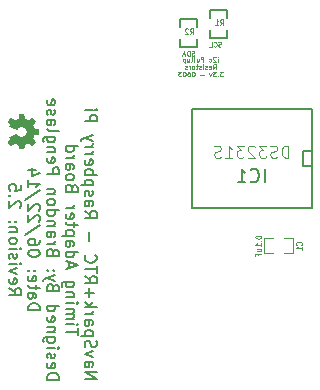
<source format=gbo>
G04 (created by PCBNEW (2013-may-18)-stable) date Sun 22 Jun 2014 12:37:11 AM EDT*
%MOIN*%
G04 Gerber Fmt 3.4, Leading zero omitted, Abs format*
%FSLAX34Y34*%
G01*
G70*
G90*
G04 APERTURE LIST*
%ADD10C,0.00590551*%
%ADD11C,0.00295276*%
%ADD12C,0.00246063*%
%ADD13C,0.00787402*%
%ADD14C,0.0001*%
%ADD15C,0.0047*%
%ADD16C,0.005*%
%ADD17C,0.0045*%
%ADD18C,0.008*%
G04 APERTURE END LIST*
G54D10*
G54D11*
X36727Y-35659D02*
X36727Y-35265D01*
X36634Y-35265D01*
X36577Y-35284D01*
X36540Y-35321D01*
X36521Y-35359D01*
X36502Y-35434D01*
X36502Y-35490D01*
X36521Y-35565D01*
X36540Y-35603D01*
X36577Y-35640D01*
X36634Y-35659D01*
X36727Y-35659D01*
X36353Y-35640D02*
X36296Y-35659D01*
X36203Y-35659D01*
X36165Y-35640D01*
X36146Y-35621D01*
X36128Y-35584D01*
X36128Y-35546D01*
X36146Y-35509D01*
X36165Y-35490D01*
X36203Y-35471D01*
X36278Y-35453D01*
X36315Y-35434D01*
X36334Y-35415D01*
X36353Y-35378D01*
X36353Y-35340D01*
X36334Y-35303D01*
X36315Y-35284D01*
X36278Y-35265D01*
X36184Y-35265D01*
X36128Y-35284D01*
X35996Y-35265D02*
X35753Y-35265D01*
X35884Y-35415D01*
X35828Y-35415D01*
X35790Y-35434D01*
X35771Y-35453D01*
X35753Y-35490D01*
X35753Y-35584D01*
X35771Y-35621D01*
X35790Y-35640D01*
X35828Y-35659D01*
X35940Y-35659D01*
X35978Y-35640D01*
X35996Y-35621D01*
X35603Y-35303D02*
X35584Y-35284D01*
X35546Y-35265D01*
X35453Y-35265D01*
X35415Y-35284D01*
X35396Y-35303D01*
X35378Y-35340D01*
X35378Y-35378D01*
X35396Y-35434D01*
X35621Y-35659D01*
X35378Y-35659D01*
X35246Y-35265D02*
X35003Y-35265D01*
X35134Y-35415D01*
X35078Y-35415D01*
X35040Y-35434D01*
X35021Y-35453D01*
X35003Y-35490D01*
X35003Y-35584D01*
X35021Y-35621D01*
X35040Y-35640D01*
X35078Y-35659D01*
X35190Y-35659D01*
X35228Y-35640D01*
X35246Y-35621D01*
X34628Y-35659D02*
X34853Y-35659D01*
X34740Y-35659D02*
X34740Y-35265D01*
X34778Y-35321D01*
X34815Y-35359D01*
X34853Y-35378D01*
X34478Y-35640D02*
X34422Y-35659D01*
X34328Y-35659D01*
X34290Y-35640D01*
X34272Y-35621D01*
X34253Y-35584D01*
X34253Y-35546D01*
X34272Y-35509D01*
X34290Y-35490D01*
X34328Y-35471D01*
X34403Y-35453D01*
X34440Y-35434D01*
X34459Y-35415D01*
X34478Y-35378D01*
X34478Y-35340D01*
X34459Y-35303D01*
X34440Y-35284D01*
X34403Y-35265D01*
X34309Y-35265D01*
X34253Y-35284D01*
X34487Y-31956D02*
X34464Y-31963D01*
X34427Y-31963D01*
X34412Y-31956D01*
X34404Y-31948D01*
X34397Y-31933D01*
X34397Y-31918D01*
X34404Y-31903D01*
X34412Y-31896D01*
X34427Y-31888D01*
X34457Y-31881D01*
X34472Y-31873D01*
X34479Y-31866D01*
X34487Y-31851D01*
X34487Y-31836D01*
X34479Y-31821D01*
X34472Y-31813D01*
X34457Y-31806D01*
X34419Y-31806D01*
X34397Y-31813D01*
X34240Y-31948D02*
X34247Y-31956D01*
X34270Y-31963D01*
X34285Y-31963D01*
X34307Y-31956D01*
X34322Y-31941D01*
X34329Y-31926D01*
X34337Y-31896D01*
X34337Y-31873D01*
X34329Y-31843D01*
X34322Y-31828D01*
X34307Y-31813D01*
X34285Y-31806D01*
X34270Y-31806D01*
X34247Y-31813D01*
X34240Y-31821D01*
X34097Y-31963D02*
X34172Y-31963D01*
X34172Y-31806D01*
X33591Y-32256D02*
X33568Y-32263D01*
X33531Y-32263D01*
X33516Y-32256D01*
X33508Y-32248D01*
X33501Y-32233D01*
X33501Y-32218D01*
X33508Y-32203D01*
X33516Y-32196D01*
X33531Y-32188D01*
X33561Y-32181D01*
X33576Y-32173D01*
X33583Y-32166D01*
X33591Y-32151D01*
X33591Y-32136D01*
X33583Y-32121D01*
X33576Y-32113D01*
X33561Y-32106D01*
X33523Y-32106D01*
X33501Y-32113D01*
X33433Y-32263D02*
X33433Y-32106D01*
X33396Y-32106D01*
X33373Y-32113D01*
X33358Y-32128D01*
X33351Y-32143D01*
X33343Y-32173D01*
X33343Y-32196D01*
X33351Y-32226D01*
X33358Y-32241D01*
X33373Y-32256D01*
X33396Y-32263D01*
X33433Y-32263D01*
X33283Y-32218D02*
X33208Y-32218D01*
X33298Y-32263D02*
X33246Y-32106D01*
X33193Y-32263D01*
G54D12*
X34377Y-32463D02*
X34377Y-32358D01*
X34377Y-32306D02*
X34384Y-32313D01*
X34377Y-32321D01*
X34369Y-32313D01*
X34377Y-32306D01*
X34377Y-32321D01*
X34309Y-32321D02*
X34302Y-32313D01*
X34287Y-32306D01*
X34249Y-32306D01*
X34234Y-32313D01*
X34227Y-32321D01*
X34219Y-32336D01*
X34219Y-32351D01*
X34227Y-32373D01*
X34317Y-32463D01*
X34219Y-32463D01*
X34084Y-32456D02*
X34099Y-32463D01*
X34129Y-32463D01*
X34144Y-32456D01*
X34152Y-32448D01*
X34159Y-32433D01*
X34159Y-32388D01*
X34152Y-32373D01*
X34144Y-32366D01*
X34129Y-32358D01*
X34099Y-32358D01*
X34084Y-32366D01*
X33897Y-32463D02*
X33897Y-32306D01*
X33837Y-32306D01*
X33822Y-32313D01*
X33814Y-32321D01*
X33807Y-32336D01*
X33807Y-32358D01*
X33814Y-32373D01*
X33822Y-32381D01*
X33837Y-32388D01*
X33897Y-32388D01*
X33672Y-32358D02*
X33672Y-32463D01*
X33740Y-32358D02*
X33740Y-32441D01*
X33732Y-32456D01*
X33717Y-32463D01*
X33695Y-32463D01*
X33680Y-32456D01*
X33672Y-32448D01*
X33575Y-32463D02*
X33590Y-32456D01*
X33597Y-32441D01*
X33597Y-32306D01*
X33492Y-32463D02*
X33507Y-32456D01*
X33515Y-32441D01*
X33515Y-32306D01*
X33365Y-32358D02*
X33365Y-32463D01*
X33432Y-32358D02*
X33432Y-32441D01*
X33425Y-32456D01*
X33410Y-32463D01*
X33387Y-32463D01*
X33372Y-32456D01*
X33365Y-32448D01*
X33290Y-32358D02*
X33290Y-32516D01*
X33290Y-32366D02*
X33275Y-32358D01*
X33245Y-32358D01*
X33230Y-32366D01*
X33222Y-32373D01*
X33215Y-32388D01*
X33215Y-32433D01*
X33222Y-32448D01*
X33230Y-32456D01*
X33245Y-32463D01*
X33275Y-32463D01*
X33290Y-32456D01*
X34212Y-32708D02*
X34264Y-32633D01*
X34302Y-32708D02*
X34302Y-32551D01*
X34242Y-32551D01*
X34227Y-32558D01*
X34219Y-32566D01*
X34212Y-32581D01*
X34212Y-32603D01*
X34219Y-32618D01*
X34227Y-32626D01*
X34242Y-32633D01*
X34302Y-32633D01*
X34084Y-32701D02*
X34099Y-32708D01*
X34129Y-32708D01*
X34144Y-32701D01*
X34152Y-32686D01*
X34152Y-32626D01*
X34144Y-32611D01*
X34129Y-32603D01*
X34099Y-32603D01*
X34084Y-32611D01*
X34077Y-32626D01*
X34077Y-32641D01*
X34152Y-32656D01*
X34017Y-32701D02*
X34002Y-32708D01*
X33972Y-32708D01*
X33957Y-32701D01*
X33949Y-32686D01*
X33949Y-32678D01*
X33957Y-32663D01*
X33972Y-32656D01*
X33994Y-32656D01*
X34009Y-32648D01*
X34017Y-32633D01*
X34017Y-32626D01*
X34009Y-32611D01*
X33994Y-32603D01*
X33972Y-32603D01*
X33957Y-32611D01*
X33882Y-32708D02*
X33882Y-32603D01*
X33882Y-32551D02*
X33889Y-32558D01*
X33882Y-32566D01*
X33874Y-32558D01*
X33882Y-32551D01*
X33882Y-32566D01*
X33814Y-32701D02*
X33800Y-32708D01*
X33770Y-32708D01*
X33755Y-32701D01*
X33747Y-32686D01*
X33747Y-32678D01*
X33755Y-32663D01*
X33770Y-32656D01*
X33792Y-32656D01*
X33807Y-32648D01*
X33814Y-32633D01*
X33814Y-32626D01*
X33807Y-32611D01*
X33792Y-32603D01*
X33770Y-32603D01*
X33755Y-32611D01*
X33702Y-32603D02*
X33642Y-32603D01*
X33680Y-32551D02*
X33680Y-32686D01*
X33672Y-32701D01*
X33657Y-32708D01*
X33642Y-32708D01*
X33567Y-32708D02*
X33582Y-32701D01*
X33590Y-32693D01*
X33597Y-32678D01*
X33597Y-32633D01*
X33590Y-32618D01*
X33582Y-32611D01*
X33567Y-32603D01*
X33545Y-32603D01*
X33530Y-32611D01*
X33522Y-32618D01*
X33515Y-32633D01*
X33515Y-32678D01*
X33522Y-32693D01*
X33530Y-32701D01*
X33545Y-32708D01*
X33567Y-32708D01*
X33447Y-32708D02*
X33447Y-32603D01*
X33447Y-32633D02*
X33440Y-32618D01*
X33432Y-32611D01*
X33417Y-32603D01*
X33402Y-32603D01*
X33357Y-32701D02*
X33342Y-32708D01*
X33312Y-32708D01*
X33297Y-32701D01*
X33290Y-32686D01*
X33290Y-32678D01*
X33297Y-32663D01*
X33312Y-32656D01*
X33335Y-32656D01*
X33350Y-32648D01*
X33357Y-32633D01*
X33357Y-32626D01*
X33350Y-32611D01*
X33335Y-32603D01*
X33312Y-32603D01*
X33297Y-32611D01*
X34542Y-32796D02*
X34444Y-32796D01*
X34497Y-32856D01*
X34474Y-32856D01*
X34459Y-32863D01*
X34452Y-32871D01*
X34444Y-32886D01*
X34444Y-32923D01*
X34452Y-32938D01*
X34459Y-32946D01*
X34474Y-32953D01*
X34519Y-32953D01*
X34534Y-32946D01*
X34542Y-32938D01*
X34377Y-32938D02*
X34369Y-32946D01*
X34377Y-32953D01*
X34384Y-32946D01*
X34377Y-32938D01*
X34377Y-32953D01*
X34317Y-32796D02*
X34219Y-32796D01*
X34272Y-32856D01*
X34249Y-32856D01*
X34234Y-32863D01*
X34227Y-32871D01*
X34219Y-32886D01*
X34219Y-32923D01*
X34227Y-32938D01*
X34234Y-32946D01*
X34249Y-32953D01*
X34294Y-32953D01*
X34309Y-32946D01*
X34317Y-32938D01*
X34167Y-32848D02*
X34129Y-32953D01*
X34092Y-32848D01*
X33912Y-32893D02*
X33792Y-32893D01*
X33567Y-32796D02*
X33552Y-32796D01*
X33537Y-32803D01*
X33530Y-32811D01*
X33522Y-32826D01*
X33515Y-32856D01*
X33515Y-32893D01*
X33522Y-32923D01*
X33530Y-32938D01*
X33537Y-32946D01*
X33552Y-32953D01*
X33567Y-32953D01*
X33582Y-32946D01*
X33590Y-32938D01*
X33597Y-32923D01*
X33605Y-32893D01*
X33605Y-32856D01*
X33597Y-32826D01*
X33590Y-32811D01*
X33582Y-32803D01*
X33567Y-32796D01*
X33380Y-32796D02*
X33410Y-32796D01*
X33425Y-32803D01*
X33432Y-32811D01*
X33447Y-32833D01*
X33455Y-32863D01*
X33455Y-32923D01*
X33447Y-32938D01*
X33440Y-32946D01*
X33425Y-32953D01*
X33395Y-32953D01*
X33380Y-32946D01*
X33372Y-32938D01*
X33365Y-32923D01*
X33365Y-32886D01*
X33372Y-32871D01*
X33380Y-32863D01*
X33395Y-32856D01*
X33425Y-32856D01*
X33440Y-32863D01*
X33447Y-32871D01*
X33455Y-32886D01*
X33267Y-32796D02*
X33252Y-32796D01*
X33237Y-32803D01*
X33230Y-32811D01*
X33222Y-32826D01*
X33215Y-32856D01*
X33215Y-32893D01*
X33222Y-32923D01*
X33230Y-32938D01*
X33237Y-32946D01*
X33252Y-32953D01*
X33267Y-32953D01*
X33282Y-32946D01*
X33290Y-32938D01*
X33297Y-32923D01*
X33305Y-32893D01*
X33305Y-32856D01*
X33297Y-32826D01*
X33290Y-32811D01*
X33282Y-32803D01*
X33267Y-32796D01*
X33162Y-32796D02*
X33065Y-32796D01*
X33117Y-32856D01*
X33095Y-32856D01*
X33080Y-32863D01*
X33072Y-32871D01*
X33065Y-32886D01*
X33065Y-32923D01*
X33072Y-32938D01*
X33080Y-32946D01*
X33095Y-32953D01*
X33140Y-32953D01*
X33155Y-32946D01*
X33162Y-32938D01*
G54D13*
X29940Y-43040D02*
X30334Y-43040D01*
X29940Y-42815D01*
X30334Y-42815D01*
X29940Y-42458D02*
X30146Y-42458D01*
X30184Y-42477D01*
X30203Y-42515D01*
X30203Y-42590D01*
X30184Y-42627D01*
X29959Y-42458D02*
X29940Y-42496D01*
X29940Y-42590D01*
X29959Y-42627D01*
X29996Y-42646D01*
X30034Y-42646D01*
X30071Y-42627D01*
X30090Y-42590D01*
X30090Y-42496D01*
X30109Y-42458D01*
X30203Y-42308D02*
X29940Y-42215D01*
X30203Y-42121D01*
X29959Y-41990D02*
X29940Y-41933D01*
X29940Y-41840D01*
X29959Y-41802D01*
X29978Y-41783D01*
X30015Y-41765D01*
X30053Y-41765D01*
X30090Y-41783D01*
X30109Y-41802D01*
X30128Y-41840D01*
X30146Y-41915D01*
X30165Y-41952D01*
X30184Y-41971D01*
X30221Y-41990D01*
X30259Y-41990D01*
X30296Y-41971D01*
X30315Y-41952D01*
X30334Y-41915D01*
X30334Y-41821D01*
X30315Y-41765D01*
X30203Y-41596D02*
X29809Y-41596D01*
X30184Y-41596D02*
X30203Y-41558D01*
X30203Y-41483D01*
X30184Y-41446D01*
X30165Y-41427D01*
X30128Y-41408D01*
X30015Y-41408D01*
X29978Y-41427D01*
X29959Y-41446D01*
X29940Y-41483D01*
X29940Y-41558D01*
X29959Y-41596D01*
X29940Y-41071D02*
X30146Y-41071D01*
X30184Y-41090D01*
X30203Y-41127D01*
X30203Y-41202D01*
X30184Y-41240D01*
X29959Y-41071D02*
X29940Y-41109D01*
X29940Y-41202D01*
X29959Y-41240D01*
X29996Y-41259D01*
X30034Y-41259D01*
X30071Y-41240D01*
X30090Y-41202D01*
X30090Y-41109D01*
X30109Y-41071D01*
X29940Y-40884D02*
X30203Y-40884D01*
X30128Y-40884D02*
X30165Y-40865D01*
X30184Y-40846D01*
X30203Y-40809D01*
X30203Y-40771D01*
X29940Y-40640D02*
X30334Y-40640D01*
X30090Y-40602D02*
X29940Y-40490D01*
X30203Y-40490D02*
X30053Y-40640D01*
X30090Y-40321D02*
X30090Y-40021D01*
X29940Y-40171D02*
X30240Y-40171D01*
X29940Y-39609D02*
X30128Y-39740D01*
X29940Y-39834D02*
X30334Y-39834D01*
X30334Y-39684D01*
X30315Y-39646D01*
X30296Y-39627D01*
X30259Y-39609D01*
X30203Y-39609D01*
X30165Y-39627D01*
X30146Y-39646D01*
X30128Y-39684D01*
X30128Y-39834D01*
X30334Y-39496D02*
X30334Y-39271D01*
X29940Y-39384D02*
X30334Y-39384D01*
X29978Y-38915D02*
X29959Y-38934D01*
X29940Y-38990D01*
X29940Y-39028D01*
X29959Y-39084D01*
X29996Y-39121D01*
X30034Y-39140D01*
X30109Y-39159D01*
X30165Y-39159D01*
X30240Y-39140D01*
X30278Y-39121D01*
X30315Y-39084D01*
X30334Y-39028D01*
X30334Y-38990D01*
X30315Y-38934D01*
X30296Y-38915D01*
X30090Y-38446D02*
X30090Y-38146D01*
X29940Y-37434D02*
X30128Y-37565D01*
X29940Y-37659D02*
X30334Y-37659D01*
X30334Y-37509D01*
X30315Y-37471D01*
X30296Y-37453D01*
X30259Y-37434D01*
X30203Y-37434D01*
X30165Y-37453D01*
X30146Y-37471D01*
X30128Y-37509D01*
X30128Y-37659D01*
X29940Y-37097D02*
X30146Y-37097D01*
X30184Y-37115D01*
X30203Y-37153D01*
X30203Y-37228D01*
X30184Y-37265D01*
X29959Y-37097D02*
X29940Y-37134D01*
X29940Y-37228D01*
X29959Y-37265D01*
X29996Y-37284D01*
X30034Y-37284D01*
X30071Y-37265D01*
X30090Y-37228D01*
X30090Y-37134D01*
X30109Y-37097D01*
X29959Y-36928D02*
X29940Y-36890D01*
X29940Y-36815D01*
X29959Y-36778D01*
X29996Y-36759D01*
X30015Y-36759D01*
X30053Y-36778D01*
X30071Y-36815D01*
X30071Y-36872D01*
X30090Y-36909D01*
X30128Y-36928D01*
X30146Y-36928D01*
X30184Y-36909D01*
X30203Y-36872D01*
X30203Y-36815D01*
X30184Y-36778D01*
X30203Y-36590D02*
X29809Y-36590D01*
X30184Y-36590D02*
X30203Y-36553D01*
X30203Y-36478D01*
X30184Y-36440D01*
X30165Y-36422D01*
X30128Y-36403D01*
X30015Y-36403D01*
X29978Y-36422D01*
X29959Y-36440D01*
X29940Y-36478D01*
X29940Y-36553D01*
X29959Y-36590D01*
X29940Y-36234D02*
X30334Y-36234D01*
X30184Y-36234D02*
X30203Y-36197D01*
X30203Y-36122D01*
X30184Y-36084D01*
X30165Y-36065D01*
X30128Y-36047D01*
X30015Y-36047D01*
X29978Y-36065D01*
X29959Y-36084D01*
X29940Y-36122D01*
X29940Y-36197D01*
X29959Y-36234D01*
X29959Y-35728D02*
X29940Y-35765D01*
X29940Y-35840D01*
X29959Y-35878D01*
X29996Y-35897D01*
X30146Y-35897D01*
X30184Y-35878D01*
X30203Y-35840D01*
X30203Y-35765D01*
X30184Y-35728D01*
X30146Y-35709D01*
X30109Y-35709D01*
X30071Y-35897D01*
X29940Y-35540D02*
X30203Y-35540D01*
X30128Y-35540D02*
X30165Y-35522D01*
X30184Y-35503D01*
X30203Y-35465D01*
X30203Y-35428D01*
X29940Y-35297D02*
X30203Y-35297D01*
X30128Y-35297D02*
X30165Y-35278D01*
X30184Y-35259D01*
X30203Y-35222D01*
X30203Y-35184D01*
X30203Y-35091D02*
X29940Y-34997D01*
X30203Y-34903D02*
X29940Y-34997D01*
X29846Y-35034D01*
X29828Y-35053D01*
X29809Y-35091D01*
X29940Y-34453D02*
X30334Y-34453D01*
X30334Y-34303D01*
X30315Y-34266D01*
X30296Y-34247D01*
X30259Y-34228D01*
X30203Y-34228D01*
X30165Y-34247D01*
X30146Y-34266D01*
X30128Y-34303D01*
X30128Y-34453D01*
X29940Y-34059D02*
X30203Y-34059D01*
X30334Y-34059D02*
X30315Y-34078D01*
X30296Y-34059D01*
X30315Y-34041D01*
X30334Y-34059D01*
X30296Y-34059D01*
X29704Y-41577D02*
X29704Y-41352D01*
X29310Y-41465D02*
X29704Y-41465D01*
X29310Y-41221D02*
X29573Y-41221D01*
X29704Y-41221D02*
X29685Y-41240D01*
X29666Y-41221D01*
X29685Y-41202D01*
X29704Y-41221D01*
X29666Y-41221D01*
X29310Y-41034D02*
X29573Y-41034D01*
X29535Y-41034D02*
X29554Y-41015D01*
X29573Y-40977D01*
X29573Y-40921D01*
X29554Y-40884D01*
X29516Y-40865D01*
X29310Y-40865D01*
X29516Y-40865D02*
X29554Y-40846D01*
X29573Y-40809D01*
X29573Y-40752D01*
X29554Y-40715D01*
X29516Y-40696D01*
X29310Y-40696D01*
X29310Y-40509D02*
X29573Y-40509D01*
X29704Y-40509D02*
X29685Y-40527D01*
X29666Y-40509D01*
X29685Y-40490D01*
X29704Y-40509D01*
X29666Y-40509D01*
X29573Y-40321D02*
X29310Y-40321D01*
X29535Y-40321D02*
X29554Y-40302D01*
X29573Y-40265D01*
X29573Y-40209D01*
X29554Y-40171D01*
X29516Y-40152D01*
X29310Y-40152D01*
X29573Y-39796D02*
X29254Y-39796D01*
X29216Y-39815D01*
X29198Y-39834D01*
X29179Y-39871D01*
X29179Y-39927D01*
X29198Y-39965D01*
X29329Y-39796D02*
X29310Y-39834D01*
X29310Y-39909D01*
X29329Y-39946D01*
X29348Y-39965D01*
X29385Y-39984D01*
X29498Y-39984D01*
X29535Y-39965D01*
X29554Y-39946D01*
X29573Y-39909D01*
X29573Y-39834D01*
X29554Y-39796D01*
X29423Y-39328D02*
X29423Y-39140D01*
X29310Y-39365D02*
X29704Y-39234D01*
X29310Y-39103D01*
X29310Y-38803D02*
X29704Y-38803D01*
X29329Y-38803D02*
X29310Y-38840D01*
X29310Y-38915D01*
X29329Y-38953D01*
X29348Y-38971D01*
X29385Y-38990D01*
X29498Y-38990D01*
X29535Y-38971D01*
X29554Y-38953D01*
X29573Y-38915D01*
X29573Y-38840D01*
X29554Y-38803D01*
X29310Y-38446D02*
X29516Y-38446D01*
X29554Y-38465D01*
X29573Y-38503D01*
X29573Y-38578D01*
X29554Y-38615D01*
X29329Y-38446D02*
X29310Y-38484D01*
X29310Y-38578D01*
X29329Y-38615D01*
X29366Y-38634D01*
X29404Y-38634D01*
X29441Y-38615D01*
X29460Y-38578D01*
X29460Y-38484D01*
X29479Y-38446D01*
X29573Y-38259D02*
X29179Y-38259D01*
X29554Y-38259D02*
X29573Y-38221D01*
X29573Y-38146D01*
X29554Y-38109D01*
X29535Y-38090D01*
X29498Y-38071D01*
X29385Y-38071D01*
X29348Y-38090D01*
X29329Y-38109D01*
X29310Y-38146D01*
X29310Y-38221D01*
X29329Y-38259D01*
X29573Y-37959D02*
X29573Y-37809D01*
X29704Y-37903D02*
X29366Y-37903D01*
X29329Y-37884D01*
X29310Y-37846D01*
X29310Y-37809D01*
X29329Y-37528D02*
X29310Y-37565D01*
X29310Y-37640D01*
X29329Y-37678D01*
X29366Y-37696D01*
X29516Y-37696D01*
X29554Y-37678D01*
X29573Y-37640D01*
X29573Y-37565D01*
X29554Y-37528D01*
X29516Y-37509D01*
X29479Y-37509D01*
X29441Y-37696D01*
X29310Y-37340D02*
X29573Y-37340D01*
X29498Y-37340D02*
X29535Y-37322D01*
X29554Y-37303D01*
X29573Y-37265D01*
X29573Y-37228D01*
X29516Y-36665D02*
X29498Y-36609D01*
X29479Y-36590D01*
X29441Y-36572D01*
X29385Y-36572D01*
X29348Y-36590D01*
X29329Y-36609D01*
X29310Y-36647D01*
X29310Y-36797D01*
X29704Y-36797D01*
X29704Y-36665D01*
X29685Y-36628D01*
X29666Y-36609D01*
X29629Y-36590D01*
X29591Y-36590D01*
X29554Y-36609D01*
X29535Y-36628D01*
X29516Y-36665D01*
X29516Y-36797D01*
X29310Y-36347D02*
X29329Y-36384D01*
X29348Y-36403D01*
X29385Y-36422D01*
X29498Y-36422D01*
X29535Y-36403D01*
X29554Y-36384D01*
X29573Y-36347D01*
X29573Y-36290D01*
X29554Y-36253D01*
X29535Y-36234D01*
X29498Y-36215D01*
X29385Y-36215D01*
X29348Y-36234D01*
X29329Y-36253D01*
X29310Y-36290D01*
X29310Y-36347D01*
X29310Y-35878D02*
X29516Y-35878D01*
X29554Y-35897D01*
X29573Y-35934D01*
X29573Y-36009D01*
X29554Y-36047D01*
X29329Y-35878D02*
X29310Y-35915D01*
X29310Y-36009D01*
X29329Y-36047D01*
X29366Y-36065D01*
X29404Y-36065D01*
X29441Y-36047D01*
X29460Y-36009D01*
X29460Y-35915D01*
X29479Y-35878D01*
X29310Y-35690D02*
X29573Y-35690D01*
X29498Y-35690D02*
X29535Y-35672D01*
X29554Y-35653D01*
X29573Y-35615D01*
X29573Y-35578D01*
X29310Y-35278D02*
X29704Y-35278D01*
X29329Y-35278D02*
X29310Y-35316D01*
X29310Y-35391D01*
X29329Y-35428D01*
X29348Y-35447D01*
X29385Y-35465D01*
X29498Y-35465D01*
X29535Y-35447D01*
X29554Y-35428D01*
X29573Y-35391D01*
X29573Y-35316D01*
X29554Y-35278D01*
X28680Y-43058D02*
X29074Y-43058D01*
X29074Y-42965D01*
X29055Y-42908D01*
X29018Y-42871D01*
X28980Y-42852D01*
X28905Y-42833D01*
X28849Y-42833D01*
X28774Y-42852D01*
X28737Y-42871D01*
X28699Y-42908D01*
X28680Y-42965D01*
X28680Y-43058D01*
X28699Y-42515D02*
X28680Y-42552D01*
X28680Y-42627D01*
X28699Y-42665D01*
X28737Y-42683D01*
X28887Y-42683D01*
X28924Y-42665D01*
X28943Y-42627D01*
X28943Y-42552D01*
X28924Y-42515D01*
X28887Y-42496D01*
X28849Y-42496D01*
X28812Y-42683D01*
X28699Y-42346D02*
X28680Y-42308D01*
X28680Y-42233D01*
X28699Y-42196D01*
X28737Y-42177D01*
X28755Y-42177D01*
X28793Y-42196D01*
X28812Y-42233D01*
X28812Y-42290D01*
X28830Y-42327D01*
X28868Y-42346D01*
X28887Y-42346D01*
X28924Y-42327D01*
X28943Y-42290D01*
X28943Y-42233D01*
X28924Y-42196D01*
X28680Y-42008D02*
X28943Y-42008D01*
X29074Y-42008D02*
X29055Y-42027D01*
X29037Y-42008D01*
X29055Y-41990D01*
X29074Y-42008D01*
X29037Y-42008D01*
X28943Y-41652D02*
X28624Y-41652D01*
X28587Y-41671D01*
X28568Y-41690D01*
X28549Y-41727D01*
X28549Y-41783D01*
X28568Y-41821D01*
X28699Y-41652D02*
X28680Y-41690D01*
X28680Y-41765D01*
X28699Y-41802D01*
X28718Y-41821D01*
X28755Y-41840D01*
X28868Y-41840D01*
X28905Y-41821D01*
X28924Y-41802D01*
X28943Y-41765D01*
X28943Y-41690D01*
X28924Y-41652D01*
X28943Y-41465D02*
X28680Y-41465D01*
X28905Y-41465D02*
X28924Y-41446D01*
X28943Y-41408D01*
X28943Y-41352D01*
X28924Y-41315D01*
X28887Y-41296D01*
X28680Y-41296D01*
X28699Y-40959D02*
X28680Y-40996D01*
X28680Y-41071D01*
X28699Y-41109D01*
X28737Y-41127D01*
X28887Y-41127D01*
X28924Y-41109D01*
X28943Y-41071D01*
X28943Y-40996D01*
X28924Y-40959D01*
X28887Y-40940D01*
X28849Y-40940D01*
X28812Y-41127D01*
X28680Y-40602D02*
X29074Y-40602D01*
X28699Y-40602D02*
X28680Y-40640D01*
X28680Y-40715D01*
X28699Y-40752D01*
X28718Y-40771D01*
X28755Y-40790D01*
X28868Y-40790D01*
X28905Y-40771D01*
X28924Y-40752D01*
X28943Y-40715D01*
X28943Y-40640D01*
X28924Y-40602D01*
X28887Y-39984D02*
X28868Y-39927D01*
X28849Y-39909D01*
X28812Y-39890D01*
X28755Y-39890D01*
X28718Y-39909D01*
X28699Y-39927D01*
X28680Y-39965D01*
X28680Y-40115D01*
X29074Y-40115D01*
X29074Y-39984D01*
X29055Y-39946D01*
X29037Y-39927D01*
X28999Y-39909D01*
X28962Y-39909D01*
X28924Y-39927D01*
X28905Y-39946D01*
X28887Y-39984D01*
X28887Y-40115D01*
X28943Y-39759D02*
X28680Y-39665D01*
X28943Y-39571D02*
X28680Y-39665D01*
X28587Y-39702D01*
X28568Y-39721D01*
X28549Y-39759D01*
X28718Y-39421D02*
X28699Y-39403D01*
X28680Y-39421D01*
X28699Y-39440D01*
X28718Y-39421D01*
X28680Y-39421D01*
X28924Y-39421D02*
X28905Y-39403D01*
X28887Y-39421D01*
X28905Y-39440D01*
X28924Y-39421D01*
X28887Y-39421D01*
X28887Y-38803D02*
X28868Y-38746D01*
X28849Y-38728D01*
X28812Y-38709D01*
X28755Y-38709D01*
X28718Y-38728D01*
X28699Y-38746D01*
X28680Y-38784D01*
X28680Y-38934D01*
X29074Y-38934D01*
X29074Y-38803D01*
X29055Y-38765D01*
X29037Y-38746D01*
X28999Y-38728D01*
X28962Y-38728D01*
X28924Y-38746D01*
X28905Y-38765D01*
X28887Y-38803D01*
X28887Y-38934D01*
X28680Y-38540D02*
X28943Y-38540D01*
X28868Y-38540D02*
X28905Y-38521D01*
X28924Y-38503D01*
X28943Y-38465D01*
X28943Y-38428D01*
X28680Y-38128D02*
X28887Y-38128D01*
X28924Y-38146D01*
X28943Y-38184D01*
X28943Y-38259D01*
X28924Y-38296D01*
X28699Y-38128D02*
X28680Y-38165D01*
X28680Y-38259D01*
X28699Y-38296D01*
X28737Y-38315D01*
X28774Y-38315D01*
X28812Y-38296D01*
X28830Y-38259D01*
X28830Y-38165D01*
X28849Y-38128D01*
X28943Y-37940D02*
X28680Y-37940D01*
X28905Y-37940D02*
X28924Y-37921D01*
X28943Y-37884D01*
X28943Y-37828D01*
X28924Y-37790D01*
X28887Y-37771D01*
X28680Y-37771D01*
X28680Y-37415D02*
X29074Y-37415D01*
X28699Y-37415D02*
X28680Y-37453D01*
X28680Y-37528D01*
X28699Y-37565D01*
X28718Y-37584D01*
X28755Y-37603D01*
X28868Y-37603D01*
X28905Y-37584D01*
X28924Y-37565D01*
X28943Y-37528D01*
X28943Y-37453D01*
X28924Y-37415D01*
X28680Y-37172D02*
X28699Y-37209D01*
X28718Y-37228D01*
X28755Y-37247D01*
X28868Y-37247D01*
X28905Y-37228D01*
X28924Y-37209D01*
X28943Y-37172D01*
X28943Y-37115D01*
X28924Y-37078D01*
X28905Y-37059D01*
X28868Y-37040D01*
X28755Y-37040D01*
X28718Y-37059D01*
X28699Y-37078D01*
X28680Y-37115D01*
X28680Y-37172D01*
X28943Y-36872D02*
X28680Y-36872D01*
X28905Y-36872D02*
X28924Y-36853D01*
X28943Y-36815D01*
X28943Y-36759D01*
X28924Y-36722D01*
X28887Y-36703D01*
X28680Y-36703D01*
X28680Y-36215D02*
X29074Y-36215D01*
X29074Y-36065D01*
X29055Y-36028D01*
X29037Y-36009D01*
X28999Y-35990D01*
X28943Y-35990D01*
X28905Y-36009D01*
X28887Y-36028D01*
X28868Y-36065D01*
X28868Y-36215D01*
X28699Y-35672D02*
X28680Y-35709D01*
X28680Y-35784D01*
X28699Y-35822D01*
X28737Y-35840D01*
X28887Y-35840D01*
X28924Y-35822D01*
X28943Y-35784D01*
X28943Y-35709D01*
X28924Y-35672D01*
X28887Y-35653D01*
X28849Y-35653D01*
X28812Y-35840D01*
X28943Y-35484D02*
X28680Y-35484D01*
X28905Y-35484D02*
X28924Y-35465D01*
X28943Y-35428D01*
X28943Y-35372D01*
X28924Y-35334D01*
X28887Y-35316D01*
X28680Y-35316D01*
X28943Y-34959D02*
X28624Y-34959D01*
X28587Y-34978D01*
X28568Y-34997D01*
X28549Y-35034D01*
X28549Y-35091D01*
X28568Y-35128D01*
X28699Y-34959D02*
X28680Y-34997D01*
X28680Y-35072D01*
X28699Y-35109D01*
X28718Y-35128D01*
X28755Y-35147D01*
X28868Y-35147D01*
X28905Y-35128D01*
X28924Y-35109D01*
X28943Y-35072D01*
X28943Y-34997D01*
X28924Y-34959D01*
X28680Y-34716D02*
X28699Y-34753D01*
X28737Y-34772D01*
X29074Y-34772D01*
X28680Y-34397D02*
X28887Y-34397D01*
X28924Y-34416D01*
X28943Y-34453D01*
X28943Y-34528D01*
X28924Y-34566D01*
X28699Y-34397D02*
X28680Y-34434D01*
X28680Y-34528D01*
X28699Y-34566D01*
X28737Y-34584D01*
X28774Y-34584D01*
X28812Y-34566D01*
X28830Y-34528D01*
X28830Y-34434D01*
X28849Y-34397D01*
X28699Y-34228D02*
X28680Y-34191D01*
X28680Y-34116D01*
X28699Y-34078D01*
X28737Y-34059D01*
X28755Y-34059D01*
X28793Y-34078D01*
X28812Y-34116D01*
X28812Y-34172D01*
X28830Y-34209D01*
X28868Y-34228D01*
X28887Y-34228D01*
X28924Y-34209D01*
X28943Y-34172D01*
X28943Y-34116D01*
X28924Y-34078D01*
X28699Y-33741D02*
X28680Y-33778D01*
X28680Y-33853D01*
X28699Y-33891D01*
X28737Y-33909D01*
X28887Y-33909D01*
X28924Y-33891D01*
X28943Y-33853D01*
X28943Y-33778D01*
X28924Y-33741D01*
X28887Y-33722D01*
X28849Y-33722D01*
X28812Y-33909D01*
X28050Y-40743D02*
X28444Y-40743D01*
X28444Y-40649D01*
X28425Y-40593D01*
X28388Y-40555D01*
X28350Y-40537D01*
X28275Y-40518D01*
X28219Y-40518D01*
X28144Y-40537D01*
X28107Y-40555D01*
X28069Y-40593D01*
X28050Y-40649D01*
X28050Y-40743D01*
X28050Y-40181D02*
X28257Y-40181D01*
X28294Y-40199D01*
X28313Y-40237D01*
X28313Y-40312D01*
X28294Y-40349D01*
X28069Y-40181D02*
X28050Y-40218D01*
X28050Y-40312D01*
X28069Y-40349D01*
X28107Y-40368D01*
X28144Y-40368D01*
X28182Y-40349D01*
X28200Y-40312D01*
X28200Y-40218D01*
X28219Y-40181D01*
X28313Y-40049D02*
X28313Y-39899D01*
X28444Y-39993D02*
X28107Y-39993D01*
X28069Y-39974D01*
X28050Y-39937D01*
X28050Y-39899D01*
X28069Y-39618D02*
X28050Y-39656D01*
X28050Y-39731D01*
X28069Y-39768D01*
X28107Y-39787D01*
X28257Y-39787D01*
X28294Y-39768D01*
X28313Y-39731D01*
X28313Y-39656D01*
X28294Y-39618D01*
X28257Y-39599D01*
X28219Y-39599D01*
X28182Y-39787D01*
X28088Y-39431D02*
X28069Y-39412D01*
X28050Y-39431D01*
X28069Y-39449D01*
X28088Y-39431D01*
X28050Y-39431D01*
X28294Y-39431D02*
X28275Y-39412D01*
X28257Y-39431D01*
X28275Y-39449D01*
X28294Y-39431D01*
X28257Y-39431D01*
X28444Y-38868D02*
X28444Y-38831D01*
X28425Y-38793D01*
X28407Y-38774D01*
X28369Y-38756D01*
X28294Y-38737D01*
X28200Y-38737D01*
X28125Y-38756D01*
X28088Y-38774D01*
X28069Y-38793D01*
X28050Y-38831D01*
X28050Y-38868D01*
X28069Y-38906D01*
X28088Y-38924D01*
X28125Y-38943D01*
X28200Y-38962D01*
X28294Y-38962D01*
X28369Y-38943D01*
X28407Y-38924D01*
X28425Y-38906D01*
X28444Y-38868D01*
X28444Y-38399D02*
X28444Y-38474D01*
X28425Y-38512D01*
X28407Y-38531D01*
X28350Y-38568D01*
X28275Y-38587D01*
X28125Y-38587D01*
X28088Y-38568D01*
X28069Y-38549D01*
X28050Y-38512D01*
X28050Y-38437D01*
X28069Y-38399D01*
X28088Y-38381D01*
X28125Y-38362D01*
X28219Y-38362D01*
X28257Y-38381D01*
X28275Y-38399D01*
X28294Y-38437D01*
X28294Y-38512D01*
X28275Y-38549D01*
X28257Y-38568D01*
X28219Y-38587D01*
X28463Y-37912D02*
X27957Y-38250D01*
X28407Y-37800D02*
X28425Y-37781D01*
X28444Y-37743D01*
X28444Y-37650D01*
X28425Y-37612D01*
X28407Y-37593D01*
X28369Y-37575D01*
X28332Y-37575D01*
X28275Y-37593D01*
X28050Y-37818D01*
X28050Y-37575D01*
X28407Y-37425D02*
X28425Y-37406D01*
X28444Y-37368D01*
X28444Y-37275D01*
X28425Y-37237D01*
X28407Y-37218D01*
X28369Y-37200D01*
X28332Y-37200D01*
X28275Y-37218D01*
X28050Y-37443D01*
X28050Y-37200D01*
X28463Y-36750D02*
X27957Y-37087D01*
X28050Y-36412D02*
X28050Y-36637D01*
X28050Y-36525D02*
X28444Y-36525D01*
X28388Y-36562D01*
X28350Y-36600D01*
X28332Y-36637D01*
X28313Y-36075D02*
X28050Y-36075D01*
X28463Y-36169D02*
X28182Y-36262D01*
X28182Y-36019D01*
X27420Y-40012D02*
X27608Y-40143D01*
X27420Y-40237D02*
X27814Y-40237D01*
X27814Y-40087D01*
X27795Y-40049D01*
X27777Y-40031D01*
X27739Y-40012D01*
X27683Y-40012D01*
X27645Y-40031D01*
X27627Y-40049D01*
X27608Y-40087D01*
X27608Y-40237D01*
X27439Y-39693D02*
X27420Y-39731D01*
X27420Y-39806D01*
X27439Y-39843D01*
X27477Y-39862D01*
X27627Y-39862D01*
X27664Y-39843D01*
X27683Y-39806D01*
X27683Y-39731D01*
X27664Y-39693D01*
X27627Y-39674D01*
X27589Y-39674D01*
X27552Y-39862D01*
X27683Y-39543D02*
X27420Y-39449D01*
X27683Y-39356D01*
X27420Y-39206D02*
X27683Y-39206D01*
X27814Y-39206D02*
X27795Y-39224D01*
X27777Y-39206D01*
X27795Y-39187D01*
X27814Y-39206D01*
X27777Y-39206D01*
X27439Y-39037D02*
X27420Y-38999D01*
X27420Y-38924D01*
X27439Y-38887D01*
X27477Y-38868D01*
X27495Y-38868D01*
X27533Y-38887D01*
X27552Y-38924D01*
X27552Y-38981D01*
X27570Y-39018D01*
X27608Y-39037D01*
X27627Y-39037D01*
X27664Y-39018D01*
X27683Y-38981D01*
X27683Y-38924D01*
X27664Y-38887D01*
X27420Y-38699D02*
X27683Y-38699D01*
X27814Y-38699D02*
X27795Y-38718D01*
X27777Y-38699D01*
X27795Y-38681D01*
X27814Y-38699D01*
X27777Y-38699D01*
X27420Y-38456D02*
X27439Y-38493D01*
X27458Y-38512D01*
X27495Y-38531D01*
X27608Y-38531D01*
X27645Y-38512D01*
X27664Y-38493D01*
X27683Y-38456D01*
X27683Y-38399D01*
X27664Y-38362D01*
X27645Y-38343D01*
X27608Y-38325D01*
X27495Y-38325D01*
X27458Y-38343D01*
X27439Y-38362D01*
X27420Y-38399D01*
X27420Y-38456D01*
X27683Y-38156D02*
X27420Y-38156D01*
X27645Y-38156D02*
X27664Y-38137D01*
X27683Y-38100D01*
X27683Y-38043D01*
X27664Y-38006D01*
X27627Y-37987D01*
X27420Y-37987D01*
X27458Y-37800D02*
X27439Y-37781D01*
X27420Y-37800D01*
X27439Y-37818D01*
X27458Y-37800D01*
X27420Y-37800D01*
X27664Y-37800D02*
X27645Y-37781D01*
X27627Y-37800D01*
X27645Y-37818D01*
X27664Y-37800D01*
X27627Y-37800D01*
X27777Y-37331D02*
X27795Y-37312D01*
X27814Y-37275D01*
X27814Y-37181D01*
X27795Y-37143D01*
X27777Y-37125D01*
X27739Y-37106D01*
X27702Y-37106D01*
X27645Y-37125D01*
X27420Y-37350D01*
X27420Y-37106D01*
X27458Y-36937D02*
X27439Y-36918D01*
X27420Y-36937D01*
X27439Y-36956D01*
X27458Y-36937D01*
X27420Y-36937D01*
X27814Y-36562D02*
X27814Y-36750D01*
X27627Y-36768D01*
X27645Y-36750D01*
X27664Y-36712D01*
X27664Y-36618D01*
X27645Y-36581D01*
X27627Y-36562D01*
X27589Y-36543D01*
X27495Y-36543D01*
X27458Y-36562D01*
X27439Y-36581D01*
X27420Y-36618D01*
X27420Y-36712D01*
X27439Y-36750D01*
X27458Y-36768D01*
G54D14*
G36*
X27370Y-34442D02*
X27373Y-34449D01*
X27382Y-34462D01*
X27395Y-34482D01*
X27410Y-34505D01*
X27426Y-34529D01*
X27439Y-34548D01*
X27448Y-34562D01*
X27451Y-34567D01*
X27450Y-34570D01*
X27444Y-34581D01*
X27436Y-34597D01*
X27431Y-34607D01*
X27425Y-34622D01*
X27423Y-34629D01*
X27425Y-34630D01*
X27437Y-34636D01*
X27456Y-34644D01*
X27482Y-34655D01*
X27512Y-34668D01*
X27544Y-34682D01*
X27577Y-34695D01*
X27608Y-34708D01*
X27637Y-34720D01*
X27660Y-34729D01*
X27676Y-34735D01*
X27683Y-34738D01*
X27684Y-34737D01*
X27691Y-34730D01*
X27701Y-34717D01*
X27724Y-34689D01*
X27758Y-34661D01*
X27797Y-34644D01*
X27841Y-34639D01*
X27881Y-34643D01*
X27919Y-34659D01*
X27954Y-34686D01*
X27980Y-34719D01*
X27996Y-34757D01*
X28001Y-34800D01*
X27997Y-34841D01*
X27981Y-34880D01*
X27955Y-34915D01*
X27938Y-34930D01*
X27902Y-34950D01*
X27865Y-34962D01*
X27856Y-34963D01*
X27814Y-34961D01*
X27774Y-34949D01*
X27739Y-34927D01*
X27710Y-34897D01*
X27707Y-34893D01*
X27696Y-34879D01*
X27689Y-34869D01*
X27683Y-34862D01*
X27556Y-34915D01*
X27536Y-34923D01*
X27501Y-34938D01*
X27471Y-34950D01*
X27447Y-34961D01*
X27431Y-34968D01*
X27425Y-34971D01*
X27425Y-34971D01*
X27424Y-34976D01*
X27427Y-34985D01*
X27436Y-35003D01*
X27442Y-35015D01*
X27448Y-35028D01*
X27451Y-35034D01*
X27448Y-35040D01*
X27440Y-35053D01*
X27427Y-35071D01*
X27412Y-35094D01*
X27397Y-35116D01*
X27384Y-35136D01*
X27374Y-35150D01*
X27371Y-35157D01*
X27371Y-35158D01*
X27374Y-35165D01*
X27384Y-35176D01*
X27400Y-35193D01*
X27424Y-35218D01*
X27428Y-35222D01*
X27448Y-35242D01*
X27466Y-35258D01*
X27478Y-35269D01*
X27483Y-35273D01*
X27483Y-35273D01*
X27490Y-35269D01*
X27505Y-35260D01*
X27525Y-35247D01*
X27549Y-35231D01*
X27610Y-35189D01*
X27667Y-35212D01*
X27685Y-35219D01*
X27707Y-35228D01*
X27722Y-35235D01*
X27729Y-35238D01*
X27731Y-35245D01*
X27735Y-35260D01*
X27739Y-35283D01*
X27744Y-35311D01*
X27749Y-35337D01*
X27754Y-35360D01*
X27757Y-35377D01*
X27758Y-35385D01*
X27760Y-35387D01*
X27763Y-35388D01*
X27771Y-35389D01*
X27786Y-35390D01*
X27808Y-35390D01*
X27841Y-35390D01*
X27844Y-35390D01*
X27875Y-35390D01*
X27900Y-35389D01*
X27915Y-35388D01*
X27922Y-35387D01*
X27922Y-35387D01*
X27924Y-35380D01*
X27927Y-35363D01*
X27932Y-35340D01*
X27937Y-35312D01*
X27937Y-35310D01*
X27943Y-35282D01*
X27948Y-35259D01*
X27951Y-35242D01*
X27954Y-35235D01*
X27956Y-35234D01*
X27967Y-35228D01*
X27984Y-35220D01*
X28005Y-35211D01*
X28027Y-35202D01*
X28047Y-35194D01*
X28061Y-35189D01*
X28068Y-35187D01*
X28068Y-35187D01*
X28075Y-35191D01*
X28089Y-35201D01*
X28109Y-35215D01*
X28133Y-35231D01*
X28135Y-35232D01*
X28159Y-35248D01*
X28179Y-35261D01*
X28193Y-35270D01*
X28199Y-35273D01*
X28200Y-35273D01*
X28207Y-35268D01*
X28220Y-35256D01*
X28238Y-35238D01*
X28259Y-35218D01*
X28265Y-35211D01*
X28288Y-35188D01*
X28302Y-35172D01*
X28310Y-35162D01*
X28312Y-35158D01*
X28312Y-35157D01*
X28308Y-35150D01*
X28298Y-35135D01*
X28284Y-35115D01*
X28268Y-35091D01*
X28267Y-35090D01*
X28251Y-35066D01*
X28237Y-35046D01*
X28228Y-35032D01*
X28225Y-35026D01*
X28225Y-35025D01*
X28227Y-35016D01*
X28233Y-34999D01*
X28241Y-34978D01*
X28250Y-34956D01*
X28258Y-34936D01*
X28265Y-34922D01*
X28269Y-34915D01*
X28269Y-34914D01*
X28278Y-34912D01*
X28296Y-34908D01*
X28320Y-34903D01*
X28349Y-34897D01*
X28353Y-34896D01*
X28382Y-34891D01*
X28405Y-34887D01*
X28421Y-34883D01*
X28428Y-34882D01*
X28428Y-34878D01*
X28429Y-34864D01*
X28430Y-34843D01*
X28430Y-34817D01*
X28430Y-34791D01*
X28430Y-34765D01*
X28429Y-34743D01*
X28428Y-34727D01*
X28426Y-34720D01*
X28426Y-34720D01*
X28417Y-34718D01*
X28400Y-34714D01*
X28375Y-34709D01*
X28346Y-34703D01*
X28341Y-34702D01*
X28313Y-34697D01*
X28290Y-34692D01*
X28274Y-34689D01*
X28268Y-34687D01*
X28267Y-34685D01*
X28261Y-34673D01*
X28254Y-34654D01*
X28244Y-34631D01*
X28222Y-34577D01*
X28268Y-34511D01*
X28272Y-34505D01*
X28288Y-34481D01*
X28301Y-34461D01*
X28310Y-34447D01*
X28313Y-34442D01*
X28313Y-34441D01*
X28307Y-34435D01*
X28295Y-34422D01*
X28277Y-34404D01*
X28257Y-34383D01*
X28241Y-34367D01*
X28223Y-34349D01*
X28210Y-34338D01*
X28202Y-34331D01*
X28197Y-34329D01*
X28194Y-34330D01*
X28187Y-34334D01*
X28173Y-34344D01*
X28152Y-34357D01*
X28129Y-34373D01*
X28109Y-34387D01*
X28087Y-34401D01*
X28071Y-34410D01*
X28064Y-34414D01*
X28060Y-34413D01*
X28047Y-34408D01*
X28028Y-34400D01*
X28004Y-34390D01*
X27952Y-34367D01*
X27945Y-34333D01*
X27941Y-34312D01*
X27936Y-34283D01*
X27930Y-34255D01*
X27922Y-34211D01*
X27763Y-34210D01*
X27760Y-34217D01*
X27758Y-34223D01*
X27754Y-34239D01*
X27750Y-34262D01*
X27745Y-34289D01*
X27740Y-34313D01*
X27736Y-34336D01*
X27733Y-34353D01*
X27731Y-34360D01*
X27729Y-34362D01*
X27717Y-34368D01*
X27699Y-34376D01*
X27678Y-34385D01*
X27655Y-34395D01*
X27635Y-34403D01*
X27619Y-34409D01*
X27611Y-34411D01*
X27605Y-34408D01*
X27591Y-34399D01*
X27571Y-34386D01*
X27548Y-34370D01*
X27525Y-34354D01*
X27505Y-34341D01*
X27491Y-34331D01*
X27484Y-34328D01*
X27480Y-34330D01*
X27469Y-34339D01*
X27451Y-34356D01*
X27425Y-34382D01*
X27421Y-34387D01*
X27401Y-34407D01*
X27385Y-34425D01*
X27374Y-34437D01*
X27370Y-34442D01*
X27370Y-34442D01*
G37*
G54D15*
X36597Y-38344D02*
X36872Y-38344D01*
X36203Y-38344D02*
X35928Y-38344D01*
X36597Y-38856D02*
X36872Y-38856D01*
X35928Y-38856D02*
X36203Y-38856D01*
X36872Y-38850D02*
X36872Y-38350D01*
X35928Y-38350D02*
X35928Y-38850D01*
G54D16*
X33500Y-37350D02*
X37500Y-37350D01*
X37500Y-37350D02*
X37500Y-34050D01*
X37500Y-34050D02*
X33500Y-34050D01*
X33500Y-34050D02*
X33500Y-37350D01*
X37500Y-35450D02*
X37200Y-35450D01*
X37200Y-35450D02*
X37200Y-35950D01*
X37200Y-35950D02*
X37500Y-35950D01*
X34675Y-31397D02*
X34675Y-31675D01*
X34675Y-31675D02*
X34125Y-31675D01*
X34125Y-31675D02*
X34125Y-31397D01*
X34675Y-30725D02*
X34675Y-31003D01*
X34675Y-30725D02*
X34125Y-30725D01*
X34125Y-30725D02*
X34125Y-31003D01*
X33675Y-31697D02*
X33675Y-31975D01*
X33675Y-31975D02*
X33125Y-31975D01*
X33125Y-31975D02*
X33125Y-31697D01*
X33675Y-31025D02*
X33675Y-31303D01*
X33675Y-31025D02*
X33125Y-31025D01*
X33125Y-31025D02*
X33125Y-31303D01*
G54D17*
X37161Y-38570D02*
X37171Y-38561D01*
X37180Y-38535D01*
X37180Y-38518D01*
X37171Y-38492D01*
X37152Y-38475D01*
X37133Y-38467D01*
X37095Y-38458D01*
X37066Y-38458D01*
X37028Y-38467D01*
X37009Y-38475D01*
X36990Y-38492D01*
X36980Y-38518D01*
X36980Y-38535D01*
X36990Y-38561D01*
X37000Y-38570D01*
X37180Y-38741D02*
X37180Y-38638D01*
X37180Y-38690D02*
X36980Y-38690D01*
X37009Y-38672D01*
X37028Y-38655D01*
X37038Y-38638D01*
X35630Y-38304D02*
X35630Y-38321D01*
X35640Y-38338D01*
X35650Y-38347D01*
X35669Y-38355D01*
X35707Y-38364D01*
X35754Y-38364D01*
X35792Y-38355D01*
X35811Y-38347D01*
X35821Y-38338D01*
X35830Y-38321D01*
X35830Y-38304D01*
X35821Y-38287D01*
X35811Y-38278D01*
X35792Y-38270D01*
X35754Y-38261D01*
X35707Y-38261D01*
X35669Y-38270D01*
X35650Y-38278D01*
X35640Y-38287D01*
X35630Y-38304D01*
X35811Y-38441D02*
X35821Y-38450D01*
X35830Y-38441D01*
X35821Y-38432D01*
X35811Y-38441D01*
X35830Y-38441D01*
X35830Y-38621D02*
X35830Y-38518D01*
X35830Y-38570D02*
X35630Y-38570D01*
X35659Y-38552D01*
X35678Y-38535D01*
X35688Y-38518D01*
X35697Y-38775D02*
X35830Y-38775D01*
X35697Y-38698D02*
X35802Y-38698D01*
X35821Y-38707D01*
X35830Y-38724D01*
X35830Y-38750D01*
X35821Y-38767D01*
X35811Y-38775D01*
X35726Y-38921D02*
X35726Y-38861D01*
X35830Y-38861D02*
X35630Y-38861D01*
X35630Y-38947D01*
G54D18*
X35939Y-36482D02*
X35939Y-36032D01*
X35467Y-36439D02*
X35489Y-36460D01*
X35553Y-36482D01*
X35596Y-36482D01*
X35660Y-36460D01*
X35703Y-36417D01*
X35724Y-36375D01*
X35746Y-36289D01*
X35746Y-36225D01*
X35724Y-36139D01*
X35703Y-36096D01*
X35660Y-36053D01*
X35596Y-36032D01*
X35553Y-36032D01*
X35489Y-36053D01*
X35467Y-36075D01*
X35039Y-36482D02*
X35296Y-36482D01*
X35167Y-36482D02*
X35167Y-36032D01*
X35210Y-36096D01*
X35253Y-36139D01*
X35296Y-36160D01*
G54D17*
X34455Y-31254D02*
X34515Y-31160D01*
X34557Y-31254D02*
X34557Y-31057D01*
X34489Y-31057D01*
X34472Y-31067D01*
X34463Y-31076D01*
X34455Y-31095D01*
X34455Y-31123D01*
X34463Y-31142D01*
X34472Y-31151D01*
X34489Y-31160D01*
X34557Y-31160D01*
X34283Y-31254D02*
X34386Y-31254D01*
X34335Y-31254D02*
X34335Y-31057D01*
X34352Y-31085D01*
X34369Y-31104D01*
X34386Y-31114D01*
X33455Y-31554D02*
X33515Y-31460D01*
X33557Y-31554D02*
X33557Y-31357D01*
X33489Y-31357D01*
X33472Y-31367D01*
X33463Y-31376D01*
X33455Y-31395D01*
X33455Y-31423D01*
X33463Y-31442D01*
X33472Y-31451D01*
X33489Y-31460D01*
X33557Y-31460D01*
X33386Y-31376D02*
X33377Y-31367D01*
X33360Y-31357D01*
X33317Y-31357D01*
X33300Y-31367D01*
X33292Y-31376D01*
X33283Y-31395D01*
X33283Y-31414D01*
X33292Y-31442D01*
X33395Y-31554D01*
X33283Y-31554D01*
M02*

</source>
